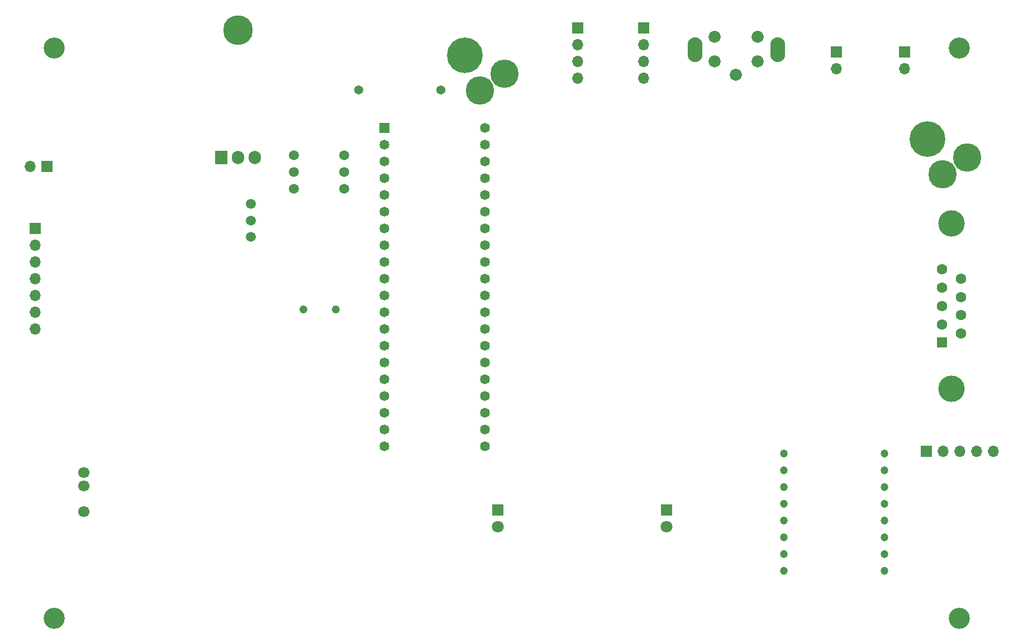
<source format=gbr>
%TF.GenerationSoftware,KiCad,Pcbnew,(6.0.2)*%
%TF.CreationDate,2022-06-17T14:25:20-05:00*%
%TF.ProjectId,Snap_Station,536e6170-5f53-4746-9174-696f6e2e6b69,rev?*%
%TF.SameCoordinates,Original*%
%TF.FileFunction,Soldermask,Bot*%
%TF.FilePolarity,Negative*%
%FSLAX46Y46*%
G04 Gerber Fmt 4.6, Leading zero omitted, Abs format (unit mm)*
G04 Created by KiCad (PCBNEW (6.0.2)) date 2022-06-17 14:25:20*
%MOMM*%
%LPD*%
G01*
G04 APERTURE LIST*
%ADD10C,1.830000*%
%ADD11O,2.250000X3.750000*%
%ADD12C,3.200000*%
%ADD13C,4.000000*%
%ADD14R,1.600000X1.600000*%
%ADD15C,1.600000*%
%ADD16R,1.700000X1.700000*%
%ADD17O,1.700000X1.700000*%
%ADD18C,4.500000*%
%ADD19R,1.485900X1.485900*%
%ADD20C,1.485900*%
%ADD21R,1.905000X2.000000*%
%ADD22O,1.905000X2.000000*%
%ADD23C,5.385000*%
%ADD24C,4.295000*%
%ADD25C,1.365000*%
%ADD26C,1.493000*%
%ADD27C,1.500000*%
%ADD28C,1.247000*%
%ADD29C,1.700000*%
%ADD30C,1.200000*%
%ADD31R,1.800000X1.800000*%
%ADD32C,1.800000*%
G04 APERTURE END LIST*
D10*
%TO.C,J4*%
X183980000Y-53708000D03*
X183979000Y-57443000D03*
X187239000Y-59474000D03*
X190480000Y-57445000D03*
X190482000Y-53690000D03*
D11*
X181022000Y-55641000D03*
X193522000Y-55673000D03*
%TD*%
D12*
%TO.C,Hole3*%
X83884000Y-141793000D03*
%TD*%
D13*
%TO.C,P1*%
X219895000Y-106987000D03*
X219895000Y-81987000D03*
D14*
X218475000Y-100027000D03*
D15*
X218475000Y-97257000D03*
X218475000Y-94487000D03*
X218475000Y-91717000D03*
X218475000Y-88947000D03*
X221315000Y-98642000D03*
X221315000Y-95872000D03*
X221315000Y-93102000D03*
X221315000Y-90332000D03*
%TD*%
D16*
%TO.C,J14*%
X163235000Y-52350000D03*
D17*
X163235000Y-54890000D03*
X163235000Y-57430000D03*
X163235000Y-59970000D03*
%TD*%
D18*
%TO.C,7805Gnd*%
X111766000Y-52662000D03*
%TD*%
D19*
%TO.C,U4*%
X133936000Y-67493000D03*
D20*
X133936000Y-70033000D03*
X133936000Y-72573000D03*
X133936000Y-75113000D03*
X133936000Y-77653000D03*
X133936000Y-80193000D03*
X133936000Y-82733000D03*
X133936000Y-85273000D03*
X133936000Y-87813000D03*
X133936000Y-90353000D03*
X133936000Y-92893000D03*
X133936000Y-95433000D03*
X133936000Y-97973000D03*
X133936000Y-100513000D03*
X133936000Y-103053000D03*
X133936000Y-105593000D03*
X133936000Y-108133000D03*
X133936000Y-110673000D03*
X133936000Y-113213000D03*
X133936000Y-115753000D03*
X149176000Y-115753000D03*
X149176000Y-113213000D03*
X149176000Y-110673000D03*
X149176000Y-108133000D03*
X149176000Y-105593000D03*
X149176000Y-103053000D03*
X149176000Y-100513000D03*
X149176000Y-97973000D03*
X149176000Y-95433000D03*
X149176000Y-92893000D03*
X149176000Y-90353000D03*
X149176000Y-87813000D03*
X149176000Y-85273000D03*
X149176000Y-82733000D03*
X149176000Y-80193000D03*
X149176000Y-77653000D03*
X149176000Y-75113000D03*
X149176000Y-72573000D03*
X149176000Y-70033000D03*
X149176000Y-67493000D03*
%TD*%
D21*
%TO.C,U10*%
X109232000Y-71944000D03*
D22*
X111772000Y-71944000D03*
X114312000Y-71944000D03*
%TD*%
D23*
%TO.C,J6*%
X146145000Y-56511000D03*
D24*
X148445000Y-61811000D03*
X152145000Y-59311000D03*
%TD*%
D25*
%TO.C,F1*%
X130039000Y-61739000D03*
X142539000Y-61736000D03*
%TD*%
D16*
%TO.C,J2*%
X202433000Y-55946000D03*
D17*
X202433000Y-58486000D03*
%TD*%
D12*
%TO.C,Hole1*%
X83883000Y-55346000D03*
%TD*%
D16*
%TO.C,J16*%
X216069000Y-116535000D03*
D17*
X218609000Y-116535000D03*
X221149000Y-116535000D03*
X223689000Y-116535000D03*
X226229000Y-116535000D03*
%TD*%
D12*
%TO.C,Hole2*%
X221080000Y-55346000D03*
%TD*%
D26*
%TO.C,U3*%
X113740000Y-79000000D03*
X113740000Y-81500000D03*
X113740000Y-84000000D03*
%TD*%
D27*
%TO.C,S1*%
X120237000Y-71598000D03*
X120237000Y-74138000D03*
X120237000Y-76678000D03*
X127857000Y-76678000D03*
X127857000Y-74138000D03*
X127857000Y-71598000D03*
%TD*%
D12*
%TO.C,Hole4*%
X221083000Y-141794000D03*
%TD*%
D16*
%TO.C,J13*%
X212732000Y-55945000D03*
D17*
X212732000Y-58485000D03*
%TD*%
D16*
%TO.C,J11*%
X82781000Y-73336000D03*
D17*
X80241000Y-73336000D03*
%TD*%
D23*
%TO.C,J12*%
X216232000Y-69197000D03*
D24*
X218532000Y-74497000D03*
X222232000Y-71997000D03*
%TD*%
D28*
%TO.C,Y1*%
X121686000Y-95044000D03*
X126566000Y-95044000D03*
%TD*%
D29*
%TO.C,J3*%
X88433000Y-119693000D03*
X88434000Y-121721000D03*
X88438000Y-125646000D03*
%TD*%
D16*
%TO.C,J15*%
X81033000Y-82694000D03*
D17*
X81033000Y-85234000D03*
X81033000Y-87774000D03*
X81033000Y-90314000D03*
X81033000Y-92854000D03*
X81033000Y-95394000D03*
X81033000Y-97934000D03*
%TD*%
D16*
%TO.C,J8*%
X173256000Y-52352000D03*
D17*
X173256000Y-54892000D03*
X173256000Y-57432000D03*
X173256000Y-59972000D03*
%TD*%
D30*
%TO.C,D2*%
X209732000Y-116842000D03*
X209732000Y-119382000D03*
X209732000Y-121922000D03*
X209732000Y-124462000D03*
X209732000Y-127002000D03*
X209732000Y-129542000D03*
X209732000Y-132082000D03*
X209732000Y-134622000D03*
X194492000Y-134622000D03*
X194492000Y-132082000D03*
X194492000Y-129542000D03*
X194492000Y-127002000D03*
X194492000Y-124462000D03*
X194492000Y-121922000D03*
X194492000Y-119382000D03*
X194492000Y-116842000D03*
%TD*%
D31*
%TO.C,D6*%
X176728000Y-125436000D03*
D32*
X176728000Y-127976000D03*
%TD*%
D31*
%TO.C,D23*%
X151131000Y-125438000D03*
D32*
X151131000Y-127978000D03*
%TD*%
M02*

</source>
